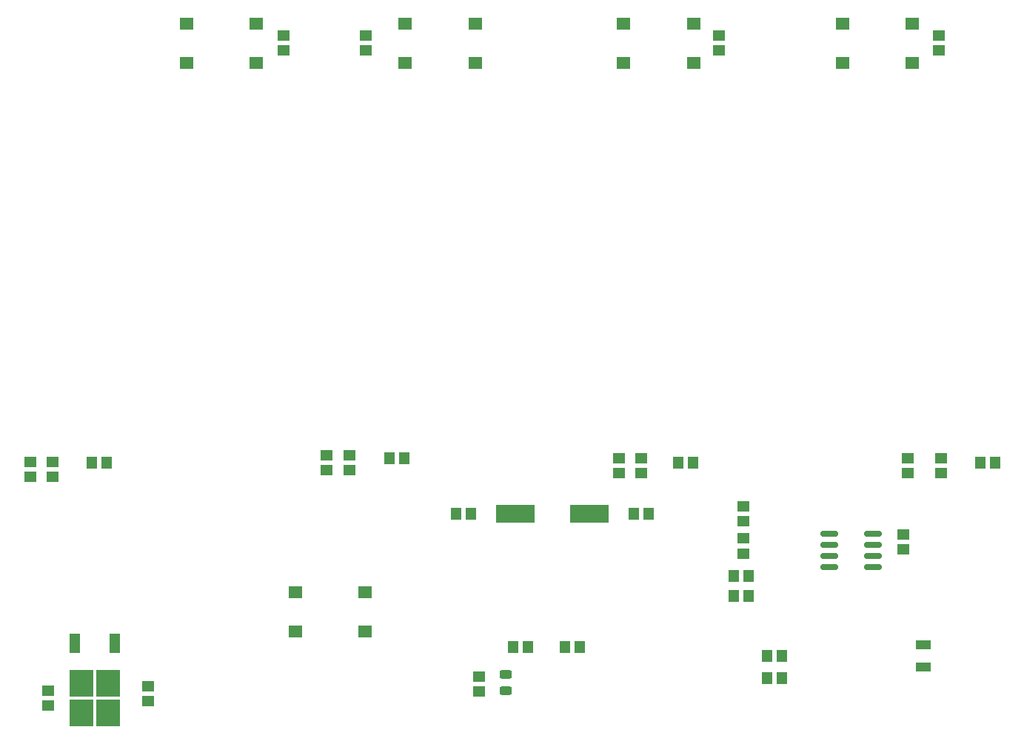
<source format=gbr>
%TF.GenerationSoftware,KiCad,Pcbnew,(6.0.5)*%
%TF.CreationDate,2022-07-24T14:03:02-07:00*%
%TF.ProjectId,CLOCK,434c4f43-4b2e-46b6-9963-61645f706362,rev?*%
%TF.SameCoordinates,PX4c4db10PY8a50b10*%
%TF.FileFunction,Paste,Top*%
%TF.FilePolarity,Positive*%
%FSLAX46Y46*%
G04 Gerber Fmt 4.6, Leading zero omitted, Abs format (unit mm)*
G04 Created by KiCad (PCBNEW (6.0.5)) date 2022-07-24 14:03:02*
%MOMM*%
%LPD*%
G01*
G04 APERTURE LIST*
G04 Aperture macros list*
%AMRoundRect*
0 Rectangle with rounded corners*
0 $1 Rounding radius*
0 $2 $3 $4 $5 $6 $7 $8 $9 X,Y pos of 4 corners*
0 Add a 4 corners polygon primitive as box body*
4,1,4,$2,$3,$4,$5,$6,$7,$8,$9,$2,$3,0*
0 Add four circle primitives for the rounded corners*
1,1,$1+$1,$2,$3*
1,1,$1+$1,$4,$5*
1,1,$1+$1,$6,$7*
1,1,$1+$1,$8,$9*
0 Add four rect primitives between the rounded corners*
20,1,$1+$1,$2,$3,$4,$5,0*
20,1,$1+$1,$4,$5,$6,$7,0*
20,1,$1+$1,$6,$7,$8,$9,0*
20,1,$1+$1,$8,$9,$2,$3,0*%
G04 Aperture macros list end*
%ADD10R,1.400000X1.150000*%
%ADD11R,1.150000X1.400000*%
%ADD12R,4.500000X2.000000*%
%ADD13R,1.600000X1.400000*%
%ADD14R,1.800000X1.000000*%
%ADD15RoundRect,0.150000X-0.825000X-0.150000X0.825000X-0.150000X0.825000X0.150000X-0.825000X0.150000X0*%
%ADD16R,2.750000X3.050000*%
%ADD17R,1.200000X2.200000*%
%ADD18RoundRect,0.243750X0.456250X-0.243750X0.456250X0.243750X-0.456250X0.243750X-0.456250X-0.243750X0*%
G04 APERTURE END LIST*
D10*
%TO.C,C9*%
X12192000Y7962000D03*
X12192000Y6262000D03*
%TD*%
D11*
%TO.C,R6*%
X17184000Y34034000D03*
X18884000Y34034000D03*
%TD*%
D12*
%TO.C,Y1*%
X65600000Y28194000D03*
X74100000Y28194000D03*
%TD*%
D10*
%TO.C,R14*%
X48514000Y81184000D03*
X48514000Y82884000D03*
%TD*%
D13*
%TO.C,UP*%
X60990000Y79792000D03*
X52990000Y79792000D03*
X60990000Y84292000D03*
X52990000Y84292000D03*
%TD*%
D11*
%TO.C,C5*%
X60540000Y28194000D03*
X58840000Y28194000D03*
%TD*%
D10*
%TO.C,C12*%
X77490000Y32844000D03*
X77490000Y34544000D03*
%TD*%
%TO.C,C13*%
X80030000Y34544000D03*
X80030000Y32844000D03*
%TD*%
%TO.C,C7*%
X12695000Y34124000D03*
X12695000Y32424000D03*
%TD*%
%TO.C,C6*%
X10160000Y32424000D03*
X10160000Y34124000D03*
%TD*%
%TO.C,C10*%
X46610000Y33184000D03*
X46610000Y34884000D03*
%TD*%
D14*
%TO.C,Y2*%
X112268000Y13188000D03*
X112268000Y10688000D03*
%TD*%
D10*
%TO.C,R2*%
X91690000Y23684000D03*
X91690000Y25384000D03*
%TD*%
D11*
%TO.C,R7*%
X52920000Y34544000D03*
X51220000Y34544000D03*
%TD*%
D15*
%TO.C,U8*%
X101515000Y25939000D03*
X101515000Y24669000D03*
X101515000Y23399000D03*
X101515000Y22129000D03*
X106465000Y22129000D03*
X106465000Y23399000D03*
X106465000Y24669000D03*
X106465000Y25939000D03*
%TD*%
D10*
%TO.C,R9*%
X61468000Y7874000D03*
X61468000Y9574000D03*
%TD*%
D11*
%TO.C,R8*%
X85940000Y34034000D03*
X84240000Y34034000D03*
%TD*%
D13*
%TO.C,DOWN*%
X85990000Y79784000D03*
X77990000Y79784000D03*
X85990000Y84284000D03*
X77990000Y84284000D03*
%TD*%
D10*
%TO.C,C14*%
X110490000Y32844000D03*
X110490000Y34544000D03*
%TD*%
%TO.C,C11*%
X43990000Y34884000D03*
X43990000Y33184000D03*
%TD*%
%TO.C,R1*%
X91690000Y29044000D03*
X91690000Y27344000D03*
%TD*%
D11*
%TO.C,R3*%
X94400000Y11938000D03*
X96100000Y11938000D03*
%TD*%
D13*
%TO.C,SELECT*%
X110990000Y79784000D03*
X102990000Y79784000D03*
X110990000Y84284000D03*
X102990000Y84284000D03*
%TD*%
D16*
%TO.C,U3*%
X19051000Y5437000D03*
X19051000Y8787000D03*
X16001000Y5437000D03*
X16001000Y8787000D03*
D17*
X19806000Y13412000D03*
X15246000Y13412000D03*
%TD*%
D11*
%TO.C,C2*%
X71240000Y12954000D03*
X72940000Y12954000D03*
%TD*%
D10*
%TO.C,C15*%
X114295000Y34544000D03*
X114295000Y32844000D03*
%TD*%
D11*
%TO.C,R5*%
X94400000Y9398000D03*
X96100000Y9398000D03*
%TD*%
%TO.C,C3*%
X90590000Y21082000D03*
X92290000Y21082000D03*
%TD*%
D10*
%TO.C,R12*%
X114046000Y81184000D03*
X114046000Y82884000D03*
%TD*%
D13*
%TO.C,MODE*%
X35990000Y79792000D03*
X27990000Y79792000D03*
X35990000Y84292000D03*
X27990000Y84292000D03*
%TD*%
D10*
%TO.C,C16*%
X109990000Y25884000D03*
X109990000Y24184000D03*
%TD*%
D11*
%TO.C,R4*%
X90590000Y18796000D03*
X92290000Y18796000D03*
%TD*%
%TO.C,C4*%
X80860000Y28194000D03*
X79160000Y28194000D03*
%TD*%
D18*
%TO.C,D4*%
X64516000Y7952500D03*
X64516000Y9827500D03*
%TD*%
D11*
%TO.C,R10*%
X120440000Y34034000D03*
X118740000Y34034000D03*
%TD*%
%TO.C,C1*%
X65340000Y12954000D03*
X67040000Y12954000D03*
%TD*%
D13*
%TO.C,SW1*%
X40450000Y19268000D03*
X48450000Y19268000D03*
X40450000Y14768000D03*
X48450000Y14768000D03*
%TD*%
D10*
%TO.C,C8*%
X23622000Y8470000D03*
X23622000Y6770000D03*
%TD*%
%TO.C,R13*%
X88900000Y81184000D03*
X88900000Y82884000D03*
%TD*%
%TO.C,R11*%
X39116000Y81184000D03*
X39116000Y82884000D03*
%TD*%
M02*

</source>
